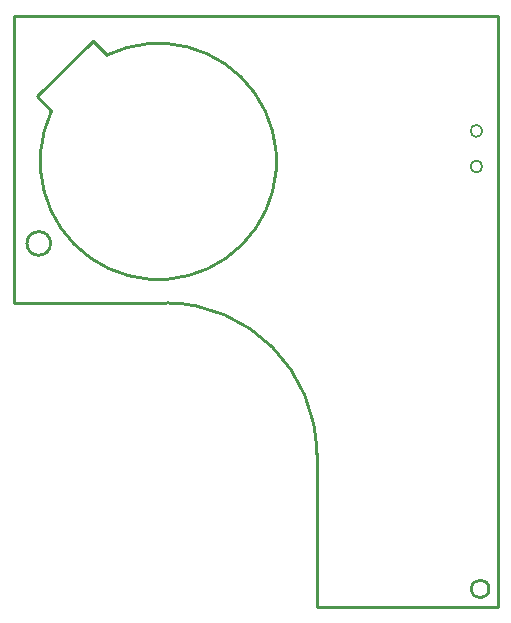
<source format=gm1>
G04*
G04 #@! TF.GenerationSoftware,Altium Limited,Altium Designer,18.0.9 (584)*
G04*
G04 Layer_Color=16711935*
%FSLAX25Y25*%
%MOIN*%
G70*
G01*
G75*
%ADD11C,0.01000*%
%ADD12C,0.00787*%
D11*
X158465Y5906D02*
G03*
X158465Y5906I-2953J0D01*
G01*
X12303Y121063D02*
G03*
X12303Y121063I-3937J0D01*
G01*
X12630Y165241D02*
G03*
X31173Y183909I35598J-16816D01*
G01*
X100984Y50886D02*
G03*
X50787Y101279I-50394J0D01*
G01*
X100984Y0D02*
X161417D01*
X100984D02*
Y51181D01*
X161417Y0D02*
Y196850D01*
X0D02*
X161417D01*
X0Y101279D02*
Y196850D01*
Y101279D02*
X50689D01*
X7776Y170079D02*
X12549Y165305D01*
X7776Y170079D02*
X26378Y188681D01*
X31161Y183898D01*
D12*
X156201Y158563D02*
G03*
X156201Y158563I-1969J0D01*
G01*
Y146752D02*
G03*
X156201Y146752I-1969J0D01*
G01*
M02*

</source>
